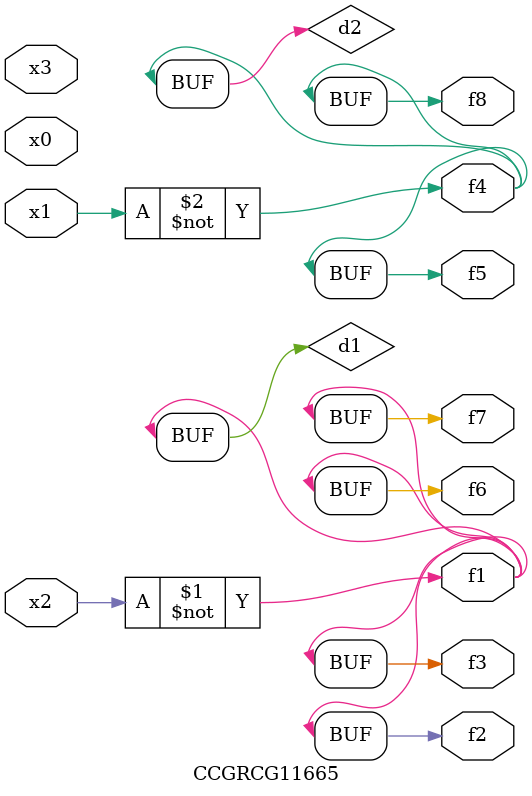
<source format=v>
module CCGRCG11665(
	input x0, x1, x2, x3,
	output f1, f2, f3, f4, f5, f6, f7, f8
);

	wire d1, d2;

	xnor (d1, x2);
	not (d2, x1);
	assign f1 = d1;
	assign f2 = d1;
	assign f3 = d1;
	assign f4 = d2;
	assign f5 = d2;
	assign f6 = d1;
	assign f7 = d1;
	assign f8 = d2;
endmodule

</source>
